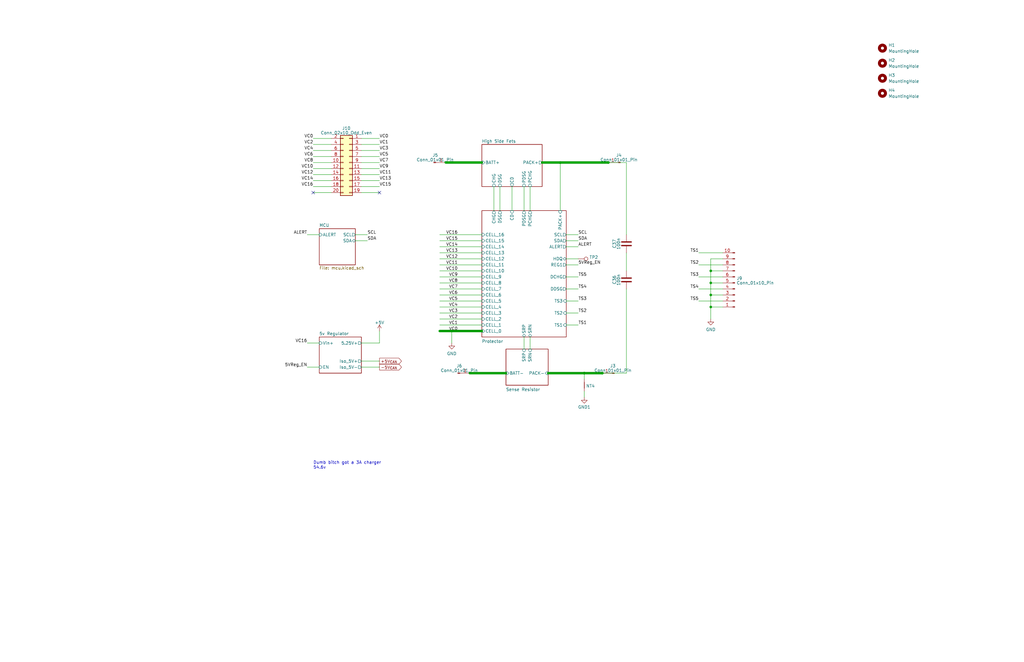
<source format=kicad_sch>
(kicad_sch (version 20230121) (generator eeschema)
  (paper "B")
  (title_block (title "BMS") (date "2022-10-30") (rev "Rev 0") (company "QTech BMS Dept"))
  (lib_symbols
    (symbol "Connector:Conn_01x01_Pin" (pin_names (offset 1.016) hide)
      (property "Reference" "J" (at 0 2.54 0))
      (property "Value" "Conn_01x01_Pin" (at 0 -2.54 0))
      (symbol "Conn_01x01_Pin_1_1"
        (polyline (pts (xy 1.27 0) (xy 0.8636 0)) (stroke (width 0.1524)))
        (rectangle (start 0.8636 0.127) (end 0 -0.127) (stroke (width 0.1524)) (fill (type outline)))
        (pin passive line (at 5.08 0 180) (length 3.81) (name "Pin_1") (number "1"))
      )
    )
    (symbol "Connector:Conn_01x10_Pin" (pin_names (offset 1.016) hide)
      (property "Reference" "J" (at 0 12.7 0))
      (property "Value" "Conn_01x10_Pin" (at 0 -15.24 0))
      (symbol "Conn_01x10_Pin_1_1"
        (polyline (pts (xy 1.27 -12.7) (xy 0.8636 -12.7)) (stroke (width 0.1524)))
        (polyline (pts (xy 1.27 -10.16) (xy 0.8636 -10.16)) (stroke (width 0.1524)))
        (polyline (pts (xy 1.27 -7.62) (xy 0.8636 -7.62)) (stroke (width 0.1524)))
        (polyline (pts (xy 1.27 -5.08) (xy 0.8636 -5.08)) (stroke (width 0.1524)))
        (polyline (pts (xy 1.27 -2.54) (xy 0.8636 -2.54)) (stroke (width 0.1524)))
        (polyline (pts (xy 1.27 0) (xy 0.8636 0)) (stroke (width 0.1524)))
        (polyline (pts (xy 1.27 2.54) (xy 0.8636 2.54)) (stroke (width 0.1524)))
        (polyline (pts (xy 1.27 5.08) (xy 0.8636 5.08)) (stroke (width 0.1524)))
        (polyline (pts (xy 1.27 7.62) (xy 0.8636 7.62)) (stroke (width 0.1524)))
        (polyline (pts (xy 1.27 10.16) (xy 0.8636 10.16)) (stroke (width 0.1524)))
        (rectangle (start 0.8636 -12.573) (end 0 -12.827) (stroke (width 0.1524)) (fill (type outline)))
        (rectangle (start 0.8636 -10.033) (end 0 -10.287) (stroke (width 0.1524)) (fill (type outline)))
        (rectangle (start 0.8636 -7.493) (end 0 -7.747) (stroke (width 0.1524)) (fill (type outline)))
        (rectangle (start 0.8636 -4.953) (end 0 -5.207) (stroke (width 0.1524)) (fill (type outline)))
        (rectangle (start 0.8636 -2.413) (end 0 -2.667) (stroke (width 0.1524)) (fill (type outline)))
        (rectangle (start 0.8636 0.127) (end 0 -0.127) (stroke (width 0.1524)) (fill (type outline)))
        (rectangle (start 0.8636 2.667) (end 0 2.413) (stroke (width 0.1524)) (fill (type outline)))
        (rectangle (start 0.8636 5.207) (end 0 4.953) (stroke (width 0.1524)) (fill (type outline)))
        (rectangle (start 0.8636 7.747) (end 0 7.493) (stroke (width 0.1524)) (fill (type outline)))
        (rectangle (start 0.8636 10.287) (end 0 10.033) (stroke (width 0.1524)) (fill (type outline)))
        (pin passive line (at 5.08 10.16 180) (length 3.81) (name "Pin_1") (number "1"))
        (pin passive line (at 5.08 -12.7 180) (length 3.81) (name "Pin_10") (number "10"))
        (pin passive line (at 5.08 7.62 180) (length 3.81) (name "Pin_2") (number "2"))
        (pin passive line (at 5.08 5.08 180) (length 3.81) (name "Pin_3") (number "3"))
        (pin passive line (at 5.08 2.54 180) (length 3.81) (name "Pin_4") (number "4"))
        (pin passive line (at 5.08 0 180) (length 3.81) (name "Pin_5") (number "5"))
        (pin passive line (at 5.08 -2.54 180) (length 3.81) (name "Pin_6") (number "6"))
        (pin passive line (at 5.08 -5.08 180) (length 3.81) (name "Pin_7") (number "7"))
        (pin passive line (at 5.08 -7.62 180) (length 3.81) (name "Pin_8") (number "8"))
        (pin passive line (at 5.08 -10.16 180) (length 3.81) (name "Pin_9") (number "9"))
      )
    )
    (symbol "Connector:TestPoint" (pin_numbers hide) (pin_names (offset 0.762) hide)
      (property "Reference" "TP" (at 0 6.858 0))
      (property "Value" "TestPoint" (at 0 5.08 0))
      (symbol "TestPoint_0_1"
        (circle (center 0 3.302) (radius 0.762))
      )
      (symbol "TestPoint_1_1"
        (pin passive line (at 0 0 90) (length 2.54) (name "1") (number "1"))
      )
    )
    (symbol "Connector_Generic:Conn_02x10_Odd_Even" (pin_names (offset 1.016) hide)
      (property "Reference" "J" (at 1.27 12.7 0))
      (property "Value" "Conn_02x10_Odd_Even" (at 1.27 -15.24 0))
      (symbol "Conn_02x10_Odd_Even_1_1"
        (rectangle (start -1.27 -12.573) (end 0 -12.827) (stroke (width 0.1524)))
        (rectangle (start -1.27 -10.033) (end 0 -10.287) (stroke (width 0.1524)))
        (rectangle (start -1.27 -7.493) (end 0 -7.747) (stroke (width 0.1524)))
        (rectangle (start -1.27 -4.953) (end 0 -5.207) (stroke (width 0.1524)))
        (rectangle (start -1.27 -2.413) (end 0 -2.667) (stroke (width 0.1524)))
        (rectangle (start -1.27 0.127) (end 0 -0.127) (stroke (width 0.1524)))
        (rectangle (start -1.27 2.667) (end 0 2.413) (stroke (width 0.1524)))
        (rectangle (start -1.27 5.207) (end 0 4.953) (stroke (width 0.1524)))
        (rectangle (start -1.27 7.747) (end 0 7.493) (stroke (width 0.1524)))
        (rectangle (start -1.27 10.287) (end 0 10.033) (stroke (width 0.1524)))
        (rectangle (start -1.27 11.43) (end 3.81 -13.97) (stroke (width 0.254)) (fill (type background)))
        (rectangle (start 3.81 -12.573) (end 2.54 -12.827) (stroke (width 0.1524)))
        (rectangle (start 3.81 -10.033) (end 2.54 -10.287) (stroke (width 0.1524)))
        (rectangle (start 3.81 -7.493) (end 2.54 -7.747) (stroke (width 0.1524)))
        (rectangle (start 3.81 -4.953) (end 2.54 -5.207) (stroke (width 0.1524)))
        (rectangle (start 3.81 -2.413) (end 2.54 -2.667) (stroke (width 0.1524)))
        (rectangle (start 3.81 0.127) (end 2.54 -0.127) (stroke (width 0.1524)))
        (rectangle (start 3.81 2.667) (end 2.54 2.413) (stroke (width 0.1524)))
        (rectangle (start 3.81 5.207) (end 2.54 4.953) (stroke (width 0.1524)))
        (rectangle (start 3.81 7.747) (end 2.54 7.493) (stroke (width 0.1524)))
        (rectangle (start 3.81 10.287) (end 2.54 10.033) (stroke (width 0.1524)))
        (pin passive line (at -5.08 10.16 0) (length 3.81) (name "Pin_1") (number "1"))
        (pin passive line (at 7.62 0 180) (length 3.81) (name "Pin_10") (number "10"))
        (pin passive line (at -5.08 -2.54 0) (length 3.81) (name "Pin_11") (number "11"))
        (pin passive line (at 7.62 -2.54 180) (length 3.81) (name "Pin_12") (number "12"))
        (pin passive line (at -5.08 -5.08 0) (length 3.81) (name "Pin_13") (number "13"))
        (pin passive line (at 7.62 -5.08 180) (length 3.81) (name "Pin_14") (number "14"))
        (pin passive line (at -5.08 -7.62 0) (length 3.81) (name "Pin_15") (number "15"))
        (pin passive line (at 7.62 -7.62 180) (length 3.81) (name "Pin_16") (number "16"))
        (pin passive line (at -5.08 -10.16 0) (length 3.81) (name "Pin_17") (number "17"))
        (pin passive line (at 7.62 -10.16 180) (length 3.81) (name "Pin_18") (number "18"))
        (pin passive line (at -5.08 -12.7 0) (length 3.81) (name "Pin_19") (number "19"))
        (pin passive line (at 7.62 10.16 180) (length 3.81) (name "Pin_2") (number "2"))
        (pin passive line (at 7.62 -12.7 180) (length 3.81) (name "Pin_20") (number "20"))
        (pin passive line (at -5.08 7.62 0) (length 3.81) (name "Pin_3") (number "3"))
        (pin passive line (at 7.62 7.62 180) (length 3.81) (name "Pin_4") (number "4"))
        (pin passive line (at -5.08 5.08 0) (length 3.81) (name "Pin_5") (number "5"))
        (pin passive line (at 7.62 5.08 180) (length 3.81) (name "Pin_6") (number "6"))
        (pin passive line (at -5.08 2.54 0) (length 3.81) (name "Pin_7") (number "7"))
        (pin passive line (at 7.62 2.54 180) (length 3.81) (name "Pin_8") (number "8"))
        (pin passive line (at -5.08 0 0) (length 3.81) (name "Pin_9") (number "9"))
      )
    )
    (symbol "Device:C" (pin_numbers hide) (pin_names (offset 0.254))
      (property "Reference" "C" (at 0.635 2.54 0))
      (property "Value" "C" (at 0.635 -2.54 0))
      (symbol "C_0_1"
        (polyline (pts (xy -2.032 -0.762) (xy 2.032 -0.762)) (stroke (width 0.508)))
        (polyline (pts (xy -2.032 0.762) (xy 2.032 0.762)) (stroke (width 0.508)))
      )
      (symbol "C_1_1"
        (pin passive line (at 0 3.81 270) (length 2.794) (name "~") (number "1"))
        (pin passive line (at 0 -3.81 90) (length 2.794) (name "~") (number "2"))
      )
    )
    (symbol "Device:NetTie_2" (pin_numbers hide) (pin_names (offset 0) hide)
      (property "Reference" "NT" (at 0 1.27 0))
      (property "Value" "NetTie_2" (at 0 -1.27 0))
      (symbol "NetTie_2_0_1"
        (polyline (pts (xy -1.27 0) (xy 1.27 0)) (stroke (width 0.254)))
      )
      (symbol "NetTie_2_1_1"
        (pin passive line (at -2.54 0 0) (length 2.54) (name "1") (number "1"))
        (pin passive line (at 2.54 0 180) (length 2.54) (name "2") (number "2"))
      )
    )
    (symbol "Mechanical:MountingHole" (pin_names (offset 1.016))
      (property "Reference" "H" (at 0 5.08 0))
      (property "Value" "MountingHole" (at 0 3.175 0))
      (symbol "MountingHole_0_1"
        (circle (center 0 0) (radius 1.27) (stroke (width 1.27)))
      )
    )
    (symbol "power:+5V" (power) (pin_names (offset 0))
      (property "Value" "+5V" (at 0 3.556 0))
      (symbol "+5V_0_1"
        (polyline (pts (xy -0.762 1.27) (xy 0 2.54)))
        (polyline (pts (xy 0 0) (xy 0 2.54)))
        (polyline (pts (xy 0 2.54) (xy 0.762 1.27)))
      )
      (symbol "+5V_1_1"
        (pin power_in line (at 0 0 90) (length 0) hide (name "+5V") (number "1"))
      )
    )
    (symbol "power:GND" (power) (pin_names (offset 0))
      (property "Value" "GND" (at 0 -3.81 0))
      (symbol "GND_0_1"
        (polyline (pts (xy 0 0) (xy 0 -1.27) (xy 1.27 -1.27) (xy 0 -2.54) (xy -1.27 -1.27) (xy 0 -1.27)))
      )
      (symbol "GND_1_1"
        (pin power_in line (at 0 0 270) (length 0) hide (name "GND") (number "1"))
      )
    )
    (symbol "power:GND1" (power) (pin_names (offset 0))
      (property "Value" "GND1" (at 0 -3.81 0))
      (symbol "GND1_0_1"
        (polyline (pts (xy 0 0) (xy 0 -1.27) (xy 1.27 -1.27) (xy 0 -2.54) (xy -1.27 -1.27) (xy 0 -1.27)))
      )
      (symbol "GND1_1_1"
        (pin power_in line (at 0 0 270) (length 0) hide (name "GND1") (number "1"))
      )
    )
  )
  (junction (at 236.22 68.58))
  (junction (at 299.72 129.54))
  (junction (at 299.72 119.38))
  (junction (at 256.54 68.58))
  (junction (at 254 157.48))
  (junction (at 190.5 139.7))
  (junction (at 299.72 114.3))
  (junction (at 299.72 124.46))
  (junction (at 246.38 157.48))
  (no_connect (at 132.08 81.28))
  (no_connect (at 160.02 81.28))
  (wire (pts (xy 210.82 78.74) (xy 210.82 88.9)))
  (wire (pts (xy 134.62 154.94) (xy 129.54 154.94)))
  (wire (pts (xy 152.4 63.5) (xy 160.02 63.5)))
  (wire (pts (xy 304.8 121.92) (xy 294.64 121.92)))
  (wire (pts (xy 304.8 106.68) (xy 294.64 106.68)))
  (wire (pts (xy 299.72 119.38) (xy 299.72 114.3)))
  (wire (pts (xy 220.98 78.74) (xy 220.98 88.9)))
  (wire (pts (xy 223.52 142.24) (xy 223.52 147.32)))
  (wire (pts (xy 185.42 137.16) (xy 203.2 137.16)))
  (wire (pts (xy 185.42 129.54) (xy 203.2 129.54)))
  (wire (pts (xy 246.38 157.48) (xy 254 157.48)) (stroke (width 1)))
  (wire (pts (xy 185.42 134.62) (xy 203.2 134.62)))
  (wire (pts (xy 185.42 111.76) (xy 203.2 111.76)))
  (wire (pts (xy 160.02 139.7) (xy 160.02 144.78)))
  (wire (pts (xy 129.54 144.78) (xy 134.62 144.78)))
  (wire (pts (xy 246.38 157.48) (xy 246.38 160.02)))
  (wire (pts (xy 152.4 152.4) (xy 160.02 152.4)))
  (wire (pts (xy 238.76 121.92) (xy 243.84 121.92)))
  (wire (pts (xy 132.08 73.66) (xy 139.7 73.66)))
  (wire (pts (xy 185.42 139.7) (xy 190.5 139.7)) (stroke (width 1)))
  (wire (pts (xy 132.08 71.12) (xy 139.7 71.12)))
  (wire (pts (xy 238.76 109.22) (xy 243.84 109.22)))
  (wire (pts (xy 238.76 137.16) (xy 243.84 137.16)))
  (wire (pts (xy 264.16 157.48) (xy 264.16 121.92)))
  (wire (pts (xy 299.72 124.46) (xy 304.8 124.46)))
  (wire (pts (xy 185.42 124.46) (xy 203.2 124.46)))
  (wire (pts (xy 132.08 68.58) (xy 139.7 68.58)))
  (wire (pts (xy 190.5 139.7) (xy 203.2 139.7)) (stroke (width 1)))
  (wire (pts (xy 152.4 154.94) (xy 160.02 154.94)))
  (wire (pts (xy 236.22 68.58) (xy 256.54 68.58)) (stroke (width 1)))
  (wire (pts (xy 149.86 99.06) (xy 154.94 99.06)))
  (wire (pts (xy 185.42 101.6) (xy 203.2 101.6)))
  (wire (pts (xy 187.96 68.58) (xy 203.2 68.58)) (stroke (width 1)))
  (wire (pts (xy 304.8 127) (xy 294.64 127)))
  (wire (pts (xy 231.14 157.48) (xy 246.38 157.48)) (stroke (width 1)))
  (wire (pts (xy 132.08 81.28) (xy 139.7 81.28)))
  (wire (pts (xy 299.72 124.46) (xy 299.72 119.38)))
  (wire (pts (xy 185.42 116.84) (xy 203.2 116.84)))
  (wire (pts (xy 294.6612 111.76) (xy 304.8 111.76)))
  (wire (pts (xy 134.62 99.06) (xy 129.54 99.06)))
  (wire (pts (xy 264.16 68.58) (xy 264.16 99.06)))
  (wire (pts (xy 238.76 104.14) (xy 243.84 104.14)))
  (wire (pts (xy 238.76 116.84) (xy 243.84 116.84)))
  (wire (pts (xy 220.98 142.24) (xy 220.98 147.32)))
  (wire (pts (xy 185.42 109.22) (xy 203.2 109.22)))
  (wire (pts (xy 223.52 78.74) (xy 223.52 88.9)))
  (wire (pts (xy 185.42 127) (xy 203.2 127)))
  (wire (pts (xy 132.08 78.74) (xy 139.7 78.74)))
  (wire (pts (xy 185.42 121.92) (xy 203.2 121.92)))
  (wire (pts (xy 152.4 68.58) (xy 160.02 68.58)))
  (wire (pts (xy 152.4 78.74) (xy 160.02 78.74)))
  (wire (pts (xy 299.72 114.3) (xy 304.8 114.3)))
  (wire (pts (xy 264.16 157.48) (xy 254 157.48)))
  (wire (pts (xy 132.08 60.96) (xy 139.7 60.96)))
  (wire (pts (xy 132.08 76.2) (xy 139.7 76.2)))
  (wire (pts (xy 246.38 165.1) (xy 246.38 167.64)))
  (wire (pts (xy 299.72 134.62) (xy 299.72 129.54)))
  (wire (pts (xy 132.08 58.42) (xy 139.7 58.42)))
  (wire (pts (xy 228.6 68.58) (xy 236.22 68.58)) (stroke (width 1)))
  (wire (pts (xy 299.72 114.3) (xy 299.72 109.22)))
  (wire (pts (xy 238.76 99.06) (xy 243.84 99.06)))
  (wire (pts (xy 304.8 116.84) (xy 294.64 116.84)))
  (wire (pts (xy 132.08 66.04) (xy 139.7 66.04)))
  (wire (pts (xy 132.08 63.5) (xy 139.7 63.5)))
  (wire (pts (xy 264.16 114.3) (xy 264.16 106.68)))
  (wire (pts (xy 152.4 66.04) (xy 160.02 66.04)))
  (wire (pts (xy 299.72 129.54) (xy 304.8 129.54)))
  (wire (pts (xy 238.76 111.76) (xy 243.84 111.76)))
  (wire (pts (xy 185.42 104.14) (xy 203.2 104.14)))
  (wire (pts (xy 198.12 157.48) (xy 213.36 157.48)) (stroke (width 1)))
  (wire (pts (xy 152.4 73.66) (xy 160.02 73.66)))
  (wire (pts (xy 238.76 132.08) (xy 243.84 132.08)))
  (wire (pts (xy 152.4 76.2) (xy 160.02 76.2)))
  (wire (pts (xy 190.5 139.7) (xy 190.5 144.78)))
  (wire (pts (xy 299.72 109.22) (xy 304.8 109.22)))
  (wire (pts (xy 149.86 101.6) (xy 154.94 101.6)))
  (wire (pts (xy 264.16 68.58) (xy 256.54 68.58)))
  (wire (pts (xy 185.42 114.3) (xy 203.2 114.3)))
  (wire (pts (xy 152.4 60.96) (xy 160.02 60.96)))
  (wire (pts (xy 238.76 101.6) (xy 243.84 101.6)))
  (wire (pts (xy 299.72 129.54) (xy 299.72 124.46)))
  (wire (pts (xy 152.4 144.78) (xy 160.02 144.78)))
  (wire (pts (xy 185.42 99.06) (xy 203.2 99.06)))
  (wire (pts (xy 238.76 127) (xy 243.84 127)))
  (wire (pts (xy 251.46 157.48) (xy 254 157.48)))
  (wire (pts (xy 185.42 119.38) (xy 203.2 119.38)))
  (wire (pts (xy 185.42 132.08) (xy 203.2 132.08)))
  (wire (pts (xy 208.28 78.74) (xy 208.28 88.9)))
  (wire (pts (xy 299.72 119.38) (xy 304.8 119.38)))
  (wire (pts (xy 152.4 81.28) (xy 160.02 81.28)))
  (wire (pts (xy 152.4 71.12) (xy 160.02 71.12)))
  (wire (pts (xy 215.9 78.74) (xy 215.9 88.9)))
  (wire (pts (xy 236.22 68.58) (xy 236.22 88.9)))
  (wire (pts (xy 152.4 58.42) (xy 160.02 58.42)))
  (wire (pts (xy 185.42 106.68) (xy 203.2 106.68)))
  (text "Dumb bitch got a 3A charger\n54.6v" (at 132.08 198.12 0) (effects (font (size 1.27 1.27)) (justify left bottom)))
  (label "VC12" (at 132.08 73.66 180))
  (label "SCL" (at 154.94 99.06 0))
  (label "VC7" (at 193.04 121.92 180))
  (label "VC14" (at 132.08 76.2 180))
  (label "VC7" (at 160.02 68.58 0))
  (label "VC14" (at 193.04 104.14 180))
  (label "TS4" (at 243.84 121.92 0))
  (label "VC6" (at 132.08 66.04 180))
  (label "VC10" (at 132.08 71.12 180))
  (label "VC13" (at 193.04 106.68 180))
  (label "VC16" (at 193.04 99.06 180))
  (label "VC5" (at 193.04 127 180))
  (label "VC13" (at 160.02 76.2 0))
  (label "TS5" (at 243.84 116.84 0))
  (label "VC6" (at 193.04 124.46 180))
  (label "ALERT" (at 129.54 99.06 180))
  (label "VC4" (at 132.08 63.5 180))
  (label "TS5" (at 294.64 127 180))
  (label "5VReg_EN" (at 243.84 111.76 0))
  (label "VC15" (at 160.02 78.74 0))
  (label "VC3" (at 160.02 63.5 0))
  (label "VC16" (at 129.54 144.78 180))
  (label "VC5" (at 160.02 66.04 0))
  (label "VC9" (at 193.04 116.84 180))
  (label "VC0" (at 193.04 139.7 180))
  (label "VC0" (at 160.02 58.42 0))
  (label "SDA" (at 243.84 101.6 0))
  (label "VC2" (at 193.04 134.62 180))
  (label "VC1" (at 160.02 60.96 0))
  (label "VC8" (at 132.08 68.58 180))
  (label "5VReg_EN" (at 129.54 154.94 180))
  (label "ALERT" (at 243.84 104.14 0))
  (label "VC9" (at 160.02 71.12 0))
  (label "VC1" (at 193.04 137.16 180))
  (label "VC10" (at 193.04 114.3 180))
  (label "VC16" (at 132.08 78.74 180))
  (label "TS2" (at 243.84 132.08 0))
  (label "VC8" (at 193.04 119.38 180))
  (label "TS3" (at 294.64 116.84 180))
  (label "SCL" (at 243.84 99.06 0))
  (label "TS1" (at 243.84 137.16 0))
  (label "VC2" (at 132.08 60.96 180))
  (label "VC0" (at 132.08 58.42 180))
  (label "TS2" (at 294.6612 111.76 180))
  (label "VC12" (at 193.04 109.22 180))
  (label "SDA" (at 154.94 101.6 0))
  (label "VC4" (at 193.04 129.54 180))
  (label "VC11" (at 160.02 73.66 0))
  (label "TS1" (at 294.64 106.68 180))
  (label "TS4" (at 294.64 121.92 180))
  (label "VC11" (at 193.04 111.76 180))
  (label "TS3" (at 243.84 127 0))
  (label "VC3" (at 193.04 132.08 180))
  (label "VC15" (at 193.04 101.6 180))
  (global_label "-5V_{CAN}" (shape output) (at 160.02 154.94 0) (property "Intersheetrefs" "${INTERSHEET_REFS}" (effects hide)))
  (global_label "+5V_{CAN}" (shape output) (at 160.02 152.4 0) (property "Intersheetrefs" "${INTERSHEET_REFS}" (effects hide)))
  (symbol (lib_id "power:GND") (at 299.72 134.62 0) (unit 1)
    (property "Reference" "#PWR011" (effects hide))
    (property "Value" "GND" (at 299.72 139.0634 0))
  )
  (symbol (lib_id "Connector:Conn_01x01_Pin") (at 261.62 68.58 180) (unit 1)
    (property "Reference" "J4" (at 260.985 65.4939 0))
    (property "Value" "Conn_01x01_Pin" (at 260.985 67.4149 0))
    (property "Footprint" "qtech:WP-BUFU" (effects hide))
    (property "Mouser" "https://www.mouser.com/ProductDetail/Wurth-Elektronik/7461147?qs=lykWx4dhCCFKh%2FOXLICUqQ%3D%3D" (effects hide))
    (property "Part Number" "7461147" (effects hide))
    (property "Rating" "180A" (effects hide))
  )
  (symbol (lib_id "power:+5V") (at 160.02 139.7 0) (unit 1)
    (property "Reference" "#PWR01" (effects hide))
    (property "Value" "+5V" (at 160.02 136.1242 0))
  )
  (symbol (lib_id "Connector:Conn_01x01_Pin") (at 193.04 157.48 0) (unit 1)
    (property "Reference" "J6" (at 193.675 154.3939 0))
    (property "Value" "Conn_01x01_Pin" (at 193.675 156.3149 0))
    (property "Footprint" "qtech:WP-BUFU" (effects hide))
    (property "Mouser" "https://www.mouser.com/ProductDetail/Wurth-Elektronik/7461147?qs=lykWx4dhCCFKh%2FOXLICUqQ%3D%3D" (effects hide))
    (property "Part Number" "7461147" (effects hide))
    (property "Rating" "180A" (effects hide))
  )
  (symbol (lib_id "Connector:Conn_01x10_Pin") (at 309.88 119.38 180) (unit 1)
    (property "Reference" "J9" (at 310.5912 117.4663 0) (effects (justify right)))
    (property "Value" "Conn_01x10_Pin" (at 310.5912 119.3873 0) (effects (justify right)))
    (property "Footprint" "Connector_PinHeader_2.00mm:PinHeader_1x10_P2.00mm_Horizontal" (effects hide))
  )
  (symbol (lib_id "Connector:TestPoint") (at 243.84 109.22 270) (unit 1)
    (property "Reference" "TP2" (at 248.539 108.5763 90) (effects (justify left)))
    (property "Value" "HDQ" (effects hide))
    (property "Footprint" "TestPoint:TestPoint_Pad_D1.5mm" (effects hide))
  )
  (symbol (lib_id "Mechanical:MountingHole") (at 372.11 39.37 0) (unit 1)
    (property "Reference" "H4" (at 374.65 38.1 0) (effects (justify left)))
    (property "Value" "MountingHole" (at 374.65 40.64 0) (effects (justify left)))
    (property "Footprint" "MountingHole:MountingHole_3.2mm_M3_Pad" (effects hide))
  )
  (symbol (lib_id "Connector:Conn_01x01_Pin") (at 182.88 68.58 0) (unit 1)
    (property "Reference" "J5" (at 183.515 65.4939 0))
    (property "Value" "Conn_01x01_Pin" (at 183.515 67.4149 0))
    (property "Footprint" "qtech:WP-BUFU" (effects hide))
    (property "Mouser" "https://www.mouser.com/ProductDetail/Wurth-Elektronik/7461147?qs=lykWx4dhCCFKh%2FOXLICUqQ%3D%3D" (effects hide))
    (property "Part Number" "7461147" (effects hide))
    (property "Rating" "180A" (effects hide))
  )
  (symbol (lib_id "power:GND") (at 190.5 144.78 0) (unit 1)
    (property "Reference" "#PWR02" (effects hide))
    (property "Value" "GND" (at 190.5 149.2234 0))
  )
  (symbol (lib_id "Mechanical:MountingHole") (at 372.11 20.32 0) (unit 1)
    (property "Reference" "H1" (at 374.65 19.05 0) (effects (justify left)))
    (property "Value" "MountingHole" (at 374.65 21.59 0) (effects (justify left)))
    (property "Footprint" "MountingHole:MountingHole_3.2mm_M3_Pad" (effects hide))
  )
  (symbol (lib_id "Device:C") (at 264.16 102.87 180) (unit 1)
    (property "Reference" "C37" (at 259.08 102.87 90))
    (property "Value" "100n" (at 260.8381 102.87 90))
    (property "Footprint" "Capacitor_SMD:C_0603_1608Metric" (effects hide))
    (property "Datasheet" "https://www.mouser.com/datasheet/2/585/MLCC-1837944.pdf" (effects hide))
    (property "Mouser" "https://www.mouser.com/ProductDetail/Samsung-Electro-Mechanics/CL10B104KC8NNNC?qs=sGAEpiMZZMs7ZEmUmaUL04Db8I7WfOR7JJmoHv2C8bjtz8qZ9HJqbw%3D%3D" (effects hide))
    (property "Part Number" "CL10B104KC8NNNC" (effects hide))
    (property "Rating" "100V" (effects hide))
  )
  (symbol (lib_id "Device:NetTie_2") (at 246.38 162.56 270) (unit 1)
    (property "Reference" "NT4" (at 247.142 162.8768 90) (effects (justify left)))
    (property "Value" "NetTie_2" (effects hide))
    (property "Footprint" "NetTie:NetTie-2_SMD_Pad0.5mm" (effects hide))
  )
  (symbol (lib_id "power:GND1") (at 246.38 167.64 0) (unit 1)
    (property "Reference" "#PWR010" (effects hide))
    (property "Value" "GND1" (at 246.38 171.7755 0))
  )
  (symbol (lib_id "Connector:Conn_01x01_Pin") (at 259.08 157.48 180) (unit 1)
    (property "Reference" "J3" (at 258.445 154.3939 0))
    (property "Value" "Conn_01x01_Pin" (at 258.445 156.3149 0))
    (property "Footprint" "qtech:WP-BUFU" (effects hide))
    (property "Mouser" "https://www.mouser.com/ProductDetail/Wurth-Elektronik/7461147?qs=lykWx4dhCCFKh%2FOXLICUqQ%3D%3D" (effects hide))
    (property "Part Number" "7461147" (effects hide))
    (property "Rating" "180A" (effects hide))
  )
  (symbol (lib_id "Device:C") (at 264.16 118.11 180) (unit 1)
    (property "Reference" "C36" (at 259.08 118.11 90))
    (property "Value" "100n" (at 260.8381 118.11 90))
    (property "Footprint" "Capacitor_SMD:C_0603_1608Metric" (effects hide))
    (property "Datasheet" "https://www.mouser.com/datasheet/2/585/MLCC-1837944.pdf" (effects hide))
    (property "Mouser" "https://www.mouser.com/ProductDetail/Samsung-Electro-Mechanics/CL10B104KC8NNNC?qs=sGAEpiMZZMs7ZEmUmaUL04Db8I7WfOR7JJmoHv2C8bjtz8qZ9HJqbw%3D%3D" (effects hide))
    (property "Part Number" "CL10B104KC8NNNC" (effects hide))
    (property "Rating" "100V" (effects hide))
  )
  (symbol (lib_id "Mechanical:MountingHole") (at 372.11 33.02 0) (unit 1)
    (property "Reference" "H3" (at 374.65 31.75 0) (effects (justify left)))
    (property "Value" "MountingHole" (at 374.65 34.29 0) (effects (justify left)))
    (property "Footprint" "MountingHole:MountingHole_3.2mm_M3_Pad" (effects hide))
  )
  (symbol (lib_id "Mechanical:MountingHole") (at 372.11 26.67 0) (unit 1)
    (property "Reference" "H2" (at 374.65 25.4 0) (effects (justify left)))
    (property "Value" "MountingHole" (at 374.65 27.94 0) (effects (justify left)))
    (property "Footprint" "MountingHole:MountingHole_3.2mm_M3_Pad" (effects hide))
  )
  (symbol (lib_id "Connector_Generic:Conn_02x10_Odd_Even") (at 147.32 68.58 0) (mirror y) (unit 1)
    (property "Reference" "J10" (at 146.05 54.1401 0))
    (property "Value" "Conn_02x10_Odd_Even" (at 146.05 56.0611 0))
    (property "Footprint" "Connector_PinHeader_2.54mm:PinHeader_2x10_P2.54mm_Horizontal" (effects hide))
  )
  (sheet (at 134.62 96.52) (size 15.24 15.24) (stroke (width 0.1524))
    (property "Sheetname" "MCU" (at 134.62 95.8084 0) (effects (justify left bottom)))
    (property "Sheetfile" "mcu.kicad_sch" (at 134.62 112.3446 0) (effects (justify left top)))
    (pin "SCL" output (at 149.86 99.06 0))
    (pin "SDA" bidirectional (at 149.86 101.6 0))
    (pin "ALERT" input (at 134.62 99.06 180))
  )
  (sheet (at 203.2 60.96) (size 25.4 17.78) (stroke (width 0.1524))
    (property "Sheetname" "High Side Fets" (at 203.2 60.325 0) (effects (justify left bottom)))
    (property "Sheetfile" "high_side.kicad_sch" (effects hide))
    (pin "CHG" input (at 208.28 78.74 270))
    (pin "DSG" input (at 210.82 78.74 270))
    (pin "PACK+" output (at 228.6 68.58 0))
    (pin "BATT+" input (at 203.2 68.58 180))
    (pin "CD" output (at 215.9 78.74 270))
    (pin "PDSG" input (at 220.98 78.74 270))
    (pin "PCHG" input (at 223.52 78.74 270))
  )
  (sheet (at 134.62 142.24) (size 17.78 15.24) (stroke (width 0.1524))
    (property "Sheetname" "5v Regulator" (at 134.62 141.5284 0) (effects (justify left bottom)))
    (property "Sheetfile" "mcu_power.kicad_sch" (effects hide))
    (pin "Vin+" input (at 134.62 144.78 180))
    (pin "EN" input (at 134.62 154.94 180))
    (pin "Iso_5V+" output (at 152.4 152.4 0))
    (pin "Iso_5V-" output (at 152.4 154.94 0))
    (pin "5.25V+" output (at 152.4 144.78 0))
  )
  (sheet (at 213.36 147.32) (size 17.78 15.24) (stroke (width 0.1524))
    (property "Sheetname" "Sense Resistor" (at 213.36 165.1 0) (effects (justify left bottom)))
    (property "Sheetfile" "sense_resistor.kicad_sch" (effects hide))
    (pin "BATT-" input (at 213.36 157.48 180))
    (pin "PACK-" input (at 231.14 157.48 0))
    (pin "SRP" input (at 220.98 147.32 90))
    (pin "SRN" input (at 223.52 147.32 90))
  )
  (sheet (at 203.2 88.9) (size 35.56 53.34) (stroke (width 0.1524))
    (property "Sheetname" "Protector" (at 203.2 144.78 0) (effects (justify left bottom)))
    (property "Sheetfile" "protector.kicad_sch" (effects hide))
    (pin "CHG" output (at 208.28 88.9 90))
    (pin "DSG" output (at 210.82 88.9 90))
    (pin "CELL_0" input (at 203.2 139.7 180))
    (pin "CELL_1" input (at 203.2 137.16 180))
    (pin "CELL_2" input (at 203.2 134.62 180))
    (pin "CELL_3" input (at 203.2 132.08 180))
    (pin "CELL_4" input (at 203.2 129.54 180))
    (pin "CELL_5" input (at 203.2 127 180))
    (pin "SRP" bidirectional (at 220.98 142.24 270))
    (pin "SRN" bidirectional (at 223.52 142.24 270))
    (pin "CELL_6" input (at 203.2 124.46 180))
    (pin "CELL_7" input (at 203.2 121.92 180))
    (pin "TS2" input (at 238.76 132.08 0))
    (pin "TS3" input (at 238.76 127 0))
    (pin "SDA" output (at 238.76 101.6 0))
    (pin "ALERT" output (at 238.76 104.14 0))
    (pin "TS1" input (at 238.76 137.16 0))
    (pin "SCL" output (at 238.76 99.06 0))
    (pin "CELL_15" input (at 203.2 101.6 180))
    (pin "CELL_14" input (at 203.2 104.14 180))
    (pin "CELL_12" input (at 203.2 109.22 180))
    (pin "CELL_13" input (at 203.2 106.68 180))
    (pin "CELL_10" input (at 203.2 114.3 180))
    (pin "CELL_9" input (at 203.2 116.84 180))
    (pin "CELL_8" input (at 203.2 119.38 180))
    (pin "CELL_11" input (at 203.2 111.76 180))
    (pin "HDQ" bidirectional (at 238.76 109.22 0))
    (pin "PACK+" input (at 236.22 88.9 90))
    (pin "PDSG" output (at 220.98 88.9 90))
    (pin "PCHG" output (at 223.52 88.9 90))
    (pin "CELL_16" input (at 203.2 99.06 180))
    (pin "CD" input (at 215.9 88.9 90))
    (pin "DDSG" output (at 238.76 121.92 0))
    (pin "DCHG" output (at 238.76 116.84 0))
    (pin "REG1" output (at 238.76 111.76 0))
  )
)
</source>
